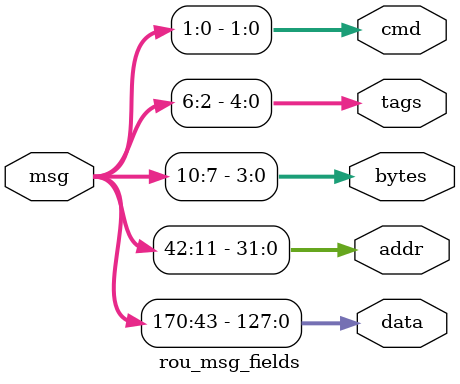
<source format=v>

module rou_msg_fields #(
     parameter DWID = 128
    ,parameter AWID = 32
    ,parameter TWID = 5 
    ,parameter BWID = 
        (DWID==512)  ? 6 : 
        (DWID==256)  ? 5 :
        (DWID==128) ? 4 : 
        (DWID==64)  ? 3 : 2 
    ,parameter WID = 2+DWID+AWID+BWID+TWID
)(
     input [WID-1:0] msg
    ,output [DWID-1:0] data
    ,output [AWID-1:0] addr
    ,output [BWID-1:0] bytes
    ,output [TWID-1:0] tags
    ,output [1:0] cmd

);

assign {data[DWID-1:0],addr[AWID-1:0],bytes[BWID-1:0],tags[TWID-1:0],cmd[1:0]} = msg;



endmodule


</source>
